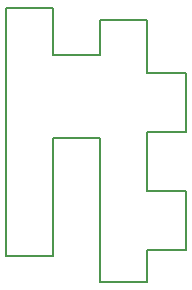
<source format=gbr>
%TF.GenerationSoftware,KiCad,Pcbnew,(6.0.11)*%
%TF.CreationDate,2024-01-05T00:58:59+00:00*%
%TF.ProjectId,Econet_ID_Extender_Bracket,45636f6e-6574-45f4-9944-5f457874656e,rev?*%
%TF.SameCoordinates,Original*%
%TF.FileFunction,Profile,NP*%
%FSLAX46Y46*%
G04 Gerber Fmt 4.6, Leading zero omitted, Abs format (unit mm)*
G04 Created by KiCad (PCBNEW (6.0.11)) date 2024-01-05 00:58:59*
%MOMM*%
%LPD*%
G01*
G04 APERTURE LIST*
%TA.AperFunction,Profile*%
%ADD10C,0.200000*%
%TD*%
G04 APERTURE END LIST*
D10*
X162000000Y-69700000D02*
X162000000Y-72410000D01*
X162000000Y-69700000D02*
X165260000Y-69700000D01*
X150000000Y-49200000D02*
X154000000Y-49200000D01*
X165260000Y-59700000D02*
X165260000Y-54700000D01*
X150000000Y-49200000D02*
X150000000Y-70200000D01*
X165260000Y-69700000D02*
X165260000Y-64700000D01*
X158000000Y-72410000D02*
X158000000Y-60200000D01*
X158000000Y-53200000D02*
X158000000Y-50200000D01*
X162000000Y-64700000D02*
X165260000Y-64700000D01*
X158000000Y-72410000D02*
X162000000Y-72410000D01*
X154000000Y-53200000D02*
X154000000Y-49200000D01*
X154000000Y-70200000D02*
X154000000Y-60200000D01*
X162000000Y-59700000D02*
X162000000Y-64700000D01*
X150000000Y-70200000D02*
X154000000Y-70200000D01*
X162000000Y-50200000D02*
X162000000Y-54700000D01*
X154000000Y-53200000D02*
X158000000Y-53200000D01*
X162000000Y-54700000D02*
X165260000Y-54700000D01*
X154000000Y-60200000D02*
X158000000Y-60200000D01*
X162000000Y-59700000D02*
X165260000Y-59700000D01*
X158000000Y-50200000D02*
X162000000Y-50200000D01*
M02*

</source>
